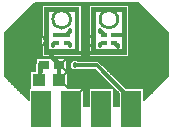
<source format=gtl>
G04 DipTrace 2.4.0.2*
%INcardoid.gtl*%
%MOMM*%
%ADD10C,0.25*%
%ADD13C,0.305*%
%ADD15C,0.127*%
%ADD16R,0.6X0.4*%
%ADD17R,0.4X0.6*%
%ADD18R,0.9X0.7*%
%ADD19R,1.1X1.0*%
%ADD20R,1.7X1.6*%
%ADD22R,1.7X2.032*%
%ADD24C,0.457*%
%FSLAX53Y53*%
G04*
G71*
G90*
G75*
G01*
%LNTop*%
%LPD*%
X15980Y16800D2*
D13*
Y16815D1*
X16265Y17100D1*
X15080Y16800D2*
X15980D1*
X19080D2*
Y16815D1*
X18793Y17103D1*
X13587Y12963D2*
X13687D1*
Y14120D1*
Y14310D1*
X13913D1*
X13998Y14225D1*
X13751Y13677D2*
X13687Y14120D1*
X15287Y12963D2*
Y14214D1*
X15298Y14225D1*
Y14375D1*
X14445Y15227D1*
X14182Y15490D1*
Y16250D1*
X14230D1*
X14445Y15227D2*
X20730D1*
X20880Y15377D1*
Y16688D1*
X20801Y16767D1*
X20013D1*
X19980Y16800D1*
X15980Y16100D2*
X16082D1*
X16274Y15908D1*
X19980Y16100D2*
X20004D1*
X20266Y15838D1*
X15080Y16100D2*
X14978D1*
X14790Y15912D1*
X19080Y16100D2*
X18963D1*
X18786Y15923D1*
X16644Y14212D2*
X18488D1*
X21430Y11270D1*
D24*
X16644Y14212D3*
X13751Y13677D3*
X16265Y17100D3*
X14790Y15912D3*
X16274Y15908D3*
X18793Y17103D3*
X18786Y15923D3*
X20266Y15838D3*
X13148Y19313D2*
D15*
X22092D1*
X13023Y19189D2*
X13823D1*
X17238D2*
X17822D1*
X21239D2*
X22215D1*
X12900Y19066D2*
X13823D1*
X17238D2*
X17822D1*
X21239D2*
X22340D1*
X12777Y18942D2*
X13823D1*
X17238D2*
X17822D1*
X21239D2*
X22463D1*
X12652Y18818D2*
X13823D1*
X17238D2*
X17822D1*
X21239D2*
X22586D1*
X12529Y18695D2*
X13823D1*
X17238D2*
X17822D1*
X21239D2*
X22711D1*
X12406Y18571D2*
X13823D1*
X17238D2*
X17822D1*
X21239D2*
X22834D1*
X12281Y18447D2*
X13823D1*
X17238D2*
X17822D1*
X21239D2*
X22957D1*
X12158Y18324D2*
X13823D1*
X17238D2*
X17822D1*
X21239D2*
X23082D1*
X12035Y18200D2*
X13823D1*
X17238D2*
X17822D1*
X21239D2*
X23205D1*
X11910Y18076D2*
X13823D1*
X17238D2*
X17822D1*
X21239D2*
X23328D1*
X11787Y17953D2*
X13823D1*
X17238D2*
X17822D1*
X21239D2*
X23453D1*
X11664Y17829D2*
X13823D1*
X17238D2*
X17822D1*
X21239D2*
X23576D1*
X11539Y17705D2*
X13823D1*
X17238D2*
X17822D1*
X21239D2*
X23700D1*
X11416Y17582D2*
X13823D1*
X17238D2*
X17822D1*
X21239D2*
X23823D1*
X11293Y17458D2*
X13823D1*
X17238D2*
X17822D1*
X21239D2*
X23948D1*
X11168Y17334D2*
X13823D1*
X17238D2*
X17822D1*
X21239D2*
X24071D1*
X11045Y17211D2*
X13823D1*
X17238D2*
X17822D1*
X21239D2*
X24194D1*
X10922Y17087D2*
X13823D1*
X17238D2*
X17822D1*
X21239D2*
X24319D1*
X10797Y16963D2*
X13823D1*
X17238D2*
X17822D1*
X21239D2*
X24442D1*
X10736Y16840D2*
X13823D1*
X17238D2*
X17822D1*
X21239D2*
X24503D1*
X10736Y16716D2*
X13797D1*
X17238D2*
X17796D1*
X21239D2*
X24503D1*
X10736Y16592D2*
X13797D1*
X17238D2*
X17796D1*
X21239D2*
X24503D1*
X10736Y16469D2*
X13797D1*
X17238D2*
X17796D1*
X21239D2*
X24503D1*
X10736Y16345D2*
X13797D1*
X17238D2*
X17796D1*
X21239D2*
X24503D1*
X10736Y16221D2*
X13797D1*
X17238D2*
X17796D1*
X21239D2*
X24503D1*
X10736Y16098D2*
X13797D1*
X17238D2*
X17796D1*
X21239D2*
X24503D1*
X10736Y15974D2*
X13797D1*
X17238D2*
X17796D1*
X21239D2*
X24503D1*
X10736Y15850D2*
X13797D1*
X17238D2*
X17796D1*
X21239D2*
X24503D1*
X10736Y15727D2*
X13823D1*
X17238D2*
X17822D1*
X21239D2*
X24503D1*
X10736Y15603D2*
X13823D1*
X17238D2*
X17822D1*
X21239D2*
X24503D1*
X10736Y15479D2*
X13823D1*
X17238D2*
X17822D1*
X21239D2*
X24503D1*
X10736Y15356D2*
X13823D1*
X17238D2*
X17822D1*
X21239D2*
X24503D1*
X10736Y15232D2*
X13823D1*
X17238D2*
X17822D1*
X21239D2*
X24503D1*
X10736Y15108D2*
X13823D1*
X17238D2*
X17822D1*
X21239D2*
X24503D1*
X10736Y14985D2*
X13823D1*
X17238D2*
X17822D1*
X21239D2*
X24503D1*
X10736Y14861D2*
X24503D1*
X10736Y14737D2*
X13315D1*
X15982D2*
X24503D1*
X10736Y14614D2*
X13315D1*
X15982D2*
X16429D1*
X16859D2*
X24503D1*
X10736Y14490D2*
X13315D1*
X15982D2*
X16278D1*
X18750D2*
X24503D1*
X10736Y14366D2*
X13305D1*
X15982D2*
X16209D1*
X18873D2*
X24503D1*
X10736Y14243D2*
X13301D1*
X15982D2*
X16183D1*
X18998D2*
X24503D1*
X10736Y14119D2*
X13301D1*
X15982D2*
X16193D1*
X19121D2*
X24503D1*
X10736Y13995D2*
X13301D1*
X15982D2*
X16238D1*
X19244D2*
X24503D1*
X10736Y13872D2*
X13301D1*
X15982D2*
X16337D1*
X19369D2*
X24503D1*
X10736Y13748D2*
X13295D1*
X15982D2*
X18411D1*
X19492D2*
X24503D1*
X10736Y13624D2*
X12803D1*
X16071D2*
X18536D1*
X19615D2*
X24503D1*
X10736Y13501D2*
X12803D1*
X16071D2*
X18659D1*
X19740D2*
X24503D1*
X10736Y13377D2*
X12803D1*
X16071D2*
X18782D1*
X19863D2*
X24503D1*
X10741Y13253D2*
X12803D1*
X16071D2*
X18907D1*
X19986D2*
X24497D1*
X10864Y13130D2*
X12803D1*
X16071D2*
X19030D1*
X20111D2*
X24374D1*
X10989Y13006D2*
X12803D1*
X16071D2*
X19153D1*
X20234D2*
X24251D1*
X11112Y12882D2*
X12803D1*
X16071D2*
X19278D1*
X20357D2*
X24128D1*
X11235Y12759D2*
X12803D1*
X16071D2*
X19401D1*
X20482D2*
X24003D1*
X11360Y12635D2*
X12803D1*
X16071D2*
X19524D1*
X20605D2*
X23880D1*
X11483Y12511D2*
X12803D1*
X16071D2*
X19649D1*
X20729D2*
X23757D1*
X11606Y12388D2*
X12803D1*
X16071D2*
X19772D1*
X20854D2*
X23632D1*
X11731Y12264D2*
X12726D1*
X17432D2*
X17806D1*
X22512D2*
X23509D1*
X11854Y12140D2*
X12726D1*
X17432D2*
X17806D1*
X22512D2*
X23386D1*
X11977Y12017D2*
X12726D1*
X17432D2*
X17806D1*
X19972D2*
X20144D1*
X22512D2*
X23261D1*
X12102Y11893D2*
X12726D1*
X17432D2*
X17806D1*
X19972D2*
X20267D1*
X22512D2*
X23138D1*
X12225Y11769D2*
X12726D1*
X17432D2*
X17806D1*
X19972D2*
X20346D1*
X22512D2*
X23015D1*
X12349Y11646D2*
X12726D1*
X17432D2*
X17806D1*
X19972D2*
X20346D1*
X22512D2*
X22890D1*
X12474Y11522D2*
X12726D1*
X17432D2*
X17806D1*
X19972D2*
X20346D1*
X22512D2*
X22767D1*
X12597Y11398D2*
X12726D1*
X17432D2*
X17806D1*
X19972D2*
X20346D1*
X22512D2*
X22644D1*
X17432Y11275D2*
X17806D1*
X19972D2*
X20346D1*
X17432Y11151D2*
X17806D1*
X19972D2*
X20346D1*
X17432Y11027D2*
X17806D1*
X19972D2*
X20346D1*
X17432Y10904D2*
X17806D1*
X19972D2*
X20346D1*
X17432Y10780D2*
X17806D1*
X19972D2*
X20346D1*
X13822Y16771D2*
X13835D1*
Y19295D1*
X14626Y19293D1*
X14597Y19295D1*
X17226D1*
X17224Y18504D1*
X17226Y18533D1*
Y14904D1*
X16434Y14906D1*
X16464Y14904D1*
X13835D1*
Y15728D1*
X13809Y15729D1*
Y16771D1*
X13822D1*
X17822D2*
X17835D1*
Y19295D1*
X18626Y19293D1*
X18597Y19295D1*
X21226D1*
X21224Y18504D1*
X21226Y18533D1*
Y14904D1*
X20434Y14906D1*
X20464Y14904D1*
X17835D1*
Y15728D1*
X17809Y15729D1*
Y16771D1*
X17822D1*
X13390Y14796D2*
X14669Y14794D1*
X14678Y14796D1*
X15969D1*
Y13684D1*
X16058D1*
Y12291D1*
X17421D1*
X17423Y10723D1*
X17818D1*
X17819Y11237D1*
Y12291D1*
X19881D1*
X18333Y13839D1*
X16891Y13837D1*
X16836Y13806D1*
X16776Y13783D1*
X16715Y13768D1*
X16652Y13763D1*
X16588Y13766D1*
X16526Y13778D1*
X16466Y13799D1*
X16410Y13829D1*
X16358Y13865D1*
X16312Y13909D1*
X16273Y13959D1*
X16241Y14014D1*
X16217Y14072D1*
X16201Y14134D1*
X16194Y14197D1*
X16197Y14260D1*
X16208Y14323D1*
X16228Y14383D1*
X16256Y14440D1*
X16292Y14492D1*
X16335Y14539D1*
X16384Y14579D1*
X16438Y14612D1*
X16496Y14637D1*
X16558Y14654D1*
X16621Y14661D1*
X16684Y14660D1*
X16747Y14650D1*
X16807Y14631D1*
X16893Y14585D1*
X18488Y14586D1*
X18551Y14580D1*
X18612Y14564D1*
X18670Y14538D1*
X18730Y14497D1*
X19335Y13893D1*
X20936Y12292D1*
X22501Y12291D1*
Y11244D1*
X24518Y13260D1*
X24517Y14058D1*
Y16902D1*
X21980Y19438D1*
X21182Y19437D1*
X13258D1*
X10722Y16900D1*
X10723Y16102D1*
Y13258D1*
X12738Y11244D1*
X12739Y12291D1*
X12816D1*
Y13684D1*
X13302D1*
X13314Y13778D1*
X13313Y14310D1*
X13320Y14379D1*
X13327Y14416D1*
Y14796D1*
X13390D1*
X20359Y10723D2*
X20358Y11814D1*
X19961Y12211D1*
Y10721D1*
X20090Y10723D1*
X20358D1*
X20359Y11237D1*
X20361D1*
X13836Y18504D2*
X13835Y19295D1*
X14597D1*
X14626Y14905D2*
X13835Y14904D1*
Y15728D1*
X16498Y19295D2*
X17226D1*
Y18533D1*
X17225Y15745D2*
X17226Y14904D1*
X16464D1*
X17836Y18504D2*
X17835Y19295D1*
X18597D1*
X18626Y14905D2*
X17835Y14904D1*
Y15728D1*
X20498Y19295D2*
X21226D1*
Y18533D1*
X21225Y15745D2*
X21226Y14904D1*
X20464D1*
X13810Y16770D2*
X14230Y16250D1*
X13810Y15730D1*
X17810Y16770D2*
X18230Y16250D1*
X17810Y15730D1*
X14627Y14795D2*
X15968Y13654D1*
Y14795D2*
X15298Y14225D1*
X15287Y12963D2*
X16058Y12243D1*
Y13684D2*
X15287Y12963D1*
X17421Y12291D2*
X16350Y11270D1*
D16*
X15980Y16100D3*
Y16800D3*
X15080D3*
Y16100D3*
D17*
X14230Y16250D3*
D16*
X19980Y16100D3*
Y16800D3*
X19080D3*
Y16100D3*
D17*
X18230Y16250D3*
D18*
X13998Y14225D3*
X15298D3*
D19*
X13587Y12963D3*
X15287D3*
D20*
X21430Y11270D3*
X18890D3*
X16350D3*
X13810D3*
D22*
Y10000D3*
X16350D3*
X18890D3*
X21430D3*
X14780Y18100D2*
D10*
G02X14780Y18100I750J0D01*
G01*
G36*
X14030Y19100D2*
X17030D1*
Y18700D1*
X14030D1*
Y19100D1*
G37*
G36*
D2*
X14430D1*
Y15100D1*
X14030D1*
Y19100D1*
G37*
G36*
X16630D2*
X17030D1*
Y15100D1*
X16630D1*
Y19100D1*
G37*
G36*
X14030Y15550D2*
X17030D1*
Y15100D1*
X14030D1*
Y15550D1*
G37*
X18780Y18100D2*
D10*
G02X18780Y18100I750J0D01*
G01*
G36*
X18030Y19100D2*
X21030D1*
Y18700D1*
X18030D1*
Y19100D1*
G37*
G36*
D2*
X18430D1*
Y15100D1*
X18030D1*
Y19100D1*
G37*
G36*
X20630D2*
X21030D1*
Y15100D1*
X20630D1*
Y19100D1*
G37*
G36*
X18030Y15550D2*
X21030D1*
Y15100D1*
X18030D1*
Y15550D1*
G37*
M02*

</source>
